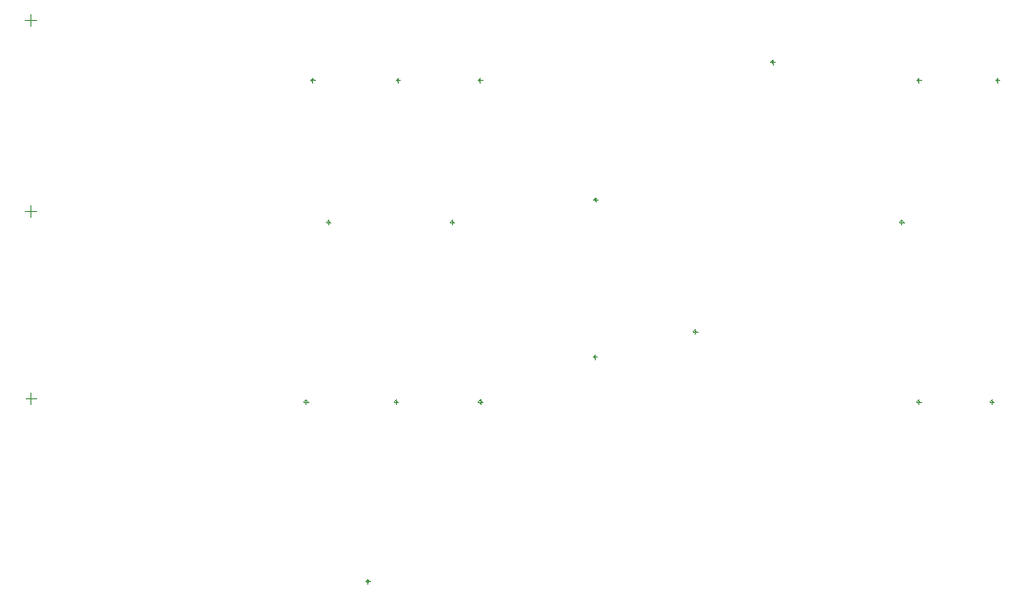
<source format=gbr>
G04*
G04 #@! TF.GenerationSoftware,Altium Limited,Altium Designer,24.1.2 (44)*
G04*
G04 Layer_Color=16777215*
%FSLAX44Y44*%
%MOMM*%
G71*
G04*
G04 #@! TF.SameCoordinates,9659F079-296E-40C6-98A9-55E0524B4074*
G04*
G04*
G04 #@! TF.FilePolarity,Positive*
G04*
G01*
G75*
%ADD13C,0.1000*%
%ADD68C,0.0254*%
D13*
X255250Y227750D02*
Y237750D01*
X250250Y232750D02*
X260250D01*
X250000Y570000D02*
X260000D01*
X255000Y565000D02*
Y575000D01*
X250000Y400000D02*
X260000D01*
X255000Y395000D02*
Y405000D01*
D68*
X758410Y270000D02*
G03*
X758410Y270000I-1410J0D01*
G01*
X556410Y70000D02*
G03*
X556410Y70000I-1410J0D01*
G01*
X1031410Y390000D02*
G03*
X1031410Y390000I-1410J0D01*
G01*
X656155Y516249D02*
G03*
X656155Y516249I-1410J0D01*
G01*
X583160Y516250D02*
G03*
X583160Y516250I-1410J0D01*
G01*
X507155Y516249D02*
G03*
X507155Y516249I-1410J0D01*
G01*
X656410Y230000D02*
G03*
X656410Y230000I-1410J0D01*
G01*
X581410D02*
G03*
X581410Y230000I-1410J0D01*
G01*
X501410D02*
G03*
X501410Y230000I-1410J0D01*
G01*
X1116410Y516250D02*
G03*
X1116410Y516250I-1410J0D01*
G01*
X1046410D02*
G03*
X1046410Y516250I-1410J0D01*
G01*
Y230000D02*
G03*
X1046410Y230000I-1410J0D01*
G01*
X1111410D02*
G03*
X1111410Y230000I-1410J0D01*
G01*
X521410Y390000D02*
G03*
X521410Y390000I-1410J0D01*
G01*
X631410Y390000D02*
G03*
X631410Y390000I-1410J0D01*
G01*
X758910Y410000D02*
G03*
X758910Y410000I-1410J0D01*
G01*
X916410Y532500D02*
G03*
X916410Y532500I-1410J0D01*
G01*
X847410Y292500D02*
G03*
X847410Y292500I-1410J0D01*
G01*
X757000Y268000D02*
Y272000D01*
X755000Y270000D02*
X759000D01*
X755000D02*
X759000D01*
X757000Y268000D02*
Y272000D01*
X555000Y68000D02*
Y72000D01*
X553000Y70000D02*
X557000D01*
X553000D02*
X557000D01*
X555000Y68000D02*
Y72000D01*
X1028000Y390000D02*
X1032000D01*
X1030000Y388000D02*
Y392000D01*
X654745Y514249D02*
Y518249D01*
X652745Y516249D02*
X656745D01*
X652745D02*
X656745D01*
X654745Y514249D02*
Y518249D01*
X581750Y514250D02*
Y518250D01*
X579750Y516250D02*
X583750D01*
X579750D02*
X583750D01*
X581750Y514250D02*
Y518250D01*
X505745Y514249D02*
Y518249D01*
X503745Y516249D02*
X507745D01*
X503745D02*
X507745D01*
X505745Y514249D02*
Y518249D01*
X655000Y228000D02*
Y232000D01*
X653000Y230000D02*
X657000D01*
X653000D02*
X657000D01*
X655000Y228000D02*
Y232000D01*
X580000Y228000D02*
Y232000D01*
X578000Y230000D02*
X582000D01*
X578000D02*
X582000D01*
X580000Y228000D02*
Y232000D01*
X500000Y228000D02*
Y232000D01*
X498000Y230000D02*
X502000D01*
X498000D02*
X502000D01*
X500000Y228000D02*
Y232000D01*
X1115000Y514250D02*
Y518250D01*
X1113000Y516250D02*
X1117000D01*
X1113000D02*
X1117000D01*
X1115000Y514250D02*
Y518250D01*
X1045000Y514250D02*
Y518250D01*
X1043000Y516250D02*
X1047000D01*
X1043000D02*
X1047000D01*
X1045000Y514250D02*
Y518250D01*
Y228000D02*
Y232000D01*
X1043000Y230000D02*
X1047000D01*
X1043000D02*
X1047000D01*
X1045000Y228000D02*
Y232000D01*
X1108000Y230000D02*
X1112000D01*
X1110000Y228000D02*
Y232000D01*
Y228000D02*
Y232000D01*
X1108000Y230000D02*
X1112000D01*
X518000Y390000D02*
X522000D01*
X520000Y388000D02*
Y392000D01*
X628000Y390000D02*
X632000D01*
X630000Y388000D02*
Y392000D01*
Y388000D02*
Y392000D01*
X628000Y390000D02*
X632000D01*
X757500Y408000D02*
Y412000D01*
X755500Y410000D02*
X759500D01*
X755500D02*
X759500D01*
X757500Y408000D02*
Y412000D01*
X913000Y532500D02*
X917000D01*
X915000Y530500D02*
Y534500D01*
Y530500D02*
Y534500D01*
X913000Y532500D02*
X917000D01*
X846000Y290500D02*
Y294500D01*
X844000Y292500D02*
X848000D01*
X844000D02*
X848000D01*
X846000Y290500D02*
Y294500D01*
M02*

</source>
